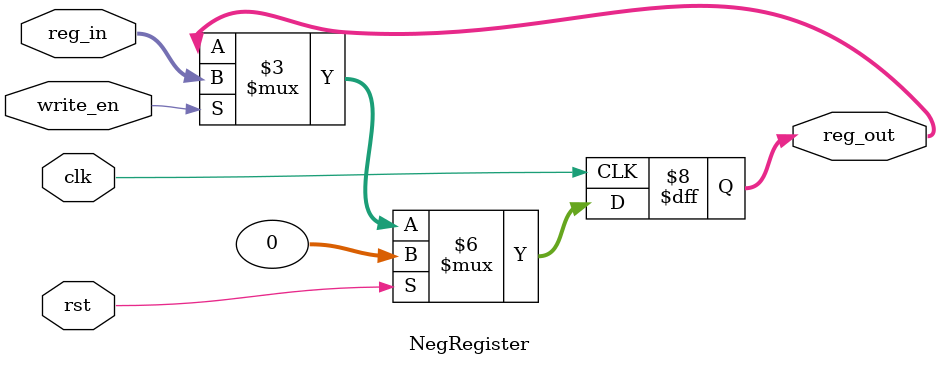
<source format=v>
module Register (
	input clk, rst, write_en, 
	input[31:0] reg_in, 
	output reg[31:0] reg_out
);
  always @ (posedge clk) begin
    if (rst == 1) reg_out <= 0;
    else if (write_en) reg_out <= reg_in;
  end
endmodule

module NegRegister (
	input clk, rst, write_en, 
	input[31:0] reg_in, 
	output reg[31:0] reg_out
);
  always @ (negedge clk) begin
    if (rst == 1) reg_out <= 0;
    else if (write_en) reg_out <= reg_in;
  end
endmodule

</source>
